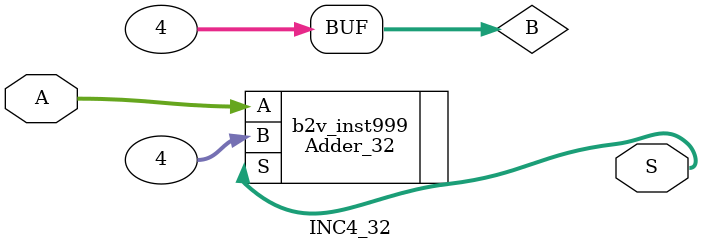
<source format=v>


module INC4_32(
	A,
	S
);


input wire	[31:0] A;
output wire	[31:0] S;

wire	[31:0] B;





































Adder_32	b2v_inst999(
	.A(A),
	.B(B),
	.S(S));

assign	B[0] = 0;
assign	B[1] = 0;
assign	B[2] = 1;
assign	B[3] = 0;
assign	B[4] = 0;
assign	B[5] = 0;
assign	B[6] = 0;
assign	B[7] = 0;
assign	B[8] = 0;
assign	B[9] = 0;
assign	B[10] = 0;
assign	B[11] = 0;
assign	B[12] = 0;
assign	B[13] = 0;
assign	B[14] = 0;
assign	B[15] = 0;
assign	B[16] = 0;
assign	B[17] = 0;
assign	B[18] = 0;
assign	B[19] = 0;
assign	B[20] = 0;
assign	B[21] = 0;
assign	B[22] = 0;
assign	B[23] = 0;
assign	B[24] = 0;
assign	B[25] = 0;
assign	B[26] = 0;
assign	B[27] = 0;
assign	B[28] = 0;
assign	B[29] = 0;
assign	B[30] = 0;
assign	B[31] = 0;

endmodule

</source>
